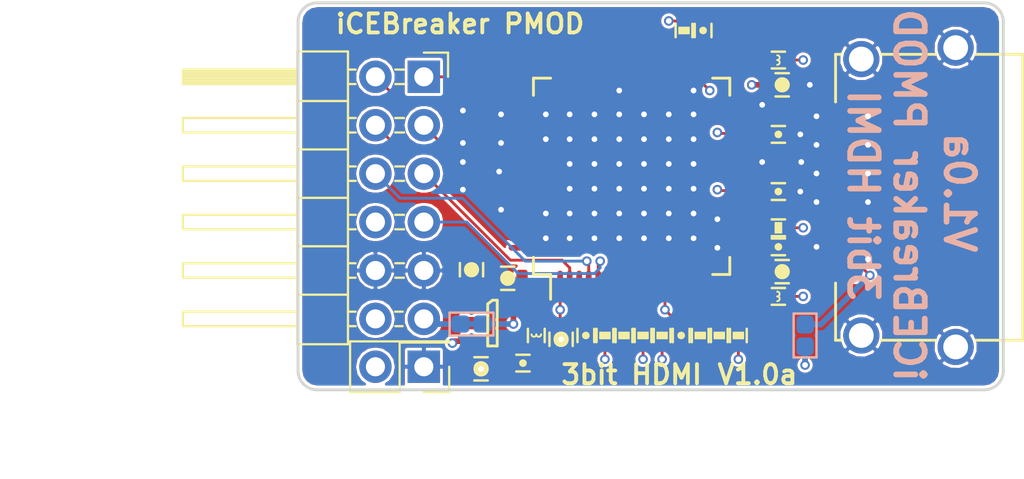
<source format=kicad_pcb>
(kicad_pcb (version 20171130) (host pcbnew 5.0.0-fee4fd1~66~ubuntu18.04.1)
  (title_block (title "iCEBreaker PMOD - Tristate LED") (rev V1.0a) (company 1BitSquared) (comment 1 "(C) 2018 Piotr Esden-Tempski <piotr@esden.net>") (comment 2 "(C) 2018 1BitSquared <info@1bitsquared.com>") (comment 3 "License: CC-BY-SA V4.0"))
  (layers (0 F.Cu signal) (1 In1.Cu signal) (2 In2.Cu signal) (31 B.Cu signal) (34 B.Paste user) (35 F.Paste user) (36 B.SilkS user) (37 F.SilkS user) (38 B.Mask user) (39 F.Mask user) (44 Edge.Cuts user))
  (net 0 "")
  (net 1 GND)
  (net 2 +3V3)
  (net 3 "Net-(J4-Pad2)")
  (net 4 +5V)
  (net 5 "Net-(C3-Pad1)")
  (net 6 /DVDD)
  (net 7 /DE)
  (net 8 /VREF)
  (net 9 /HS)
  (net 10 /VS)
  (net 11 "Net-(U2-Pad6)")
  (net 12 "Net-(U2-Pad7)")
  (net 13 "Net-(U2-Pad8)")
  (net 14 /EDGE-HTPLG)
  (net 15 /~PD)
  (net 16 "Net-(U2-Pad11)")
  (net 17 /ISEL-~RST)
  (net 18 /DSEL-SDA)
  (net 19 /BSEL-SCL)
  (net 20 /PVDD)
  (net 21 /CK-)
  (net 22 /CK+)
  (net 23 /TVDD)
  (net 24 /D0-)
  (net 25 /D0+)
  (net 26 /D1-)
  (net 27 /D1+)
  (net 28 /D2-)
  (net 29 /D2+)
  (net 30 /DKEN)
  (net 31 /RED)
  (net 32 /GRN)
  (net 33 "Net-(U2-Pad49)")
  (net 34 /BLU)
  (net 35 /CLK)
  (net 36 "Net-(J1-Pad10)")
  (net 37 "Net-(J5-Pad19)")
  (net 38 "Net-(J5-Pad16)")
  (net 39 "Net-(J5-Pad15)")
  (net 40 "Net-(J5-Pad14)")
  (net 41 "Net-(J5-Pad13)")
  (net 42 "Net-(J1-Pad12)")
  (net 43 /TFADJ)
  (module pkl_housings_qfp:TQFP-64-1EP_10x10mm_P0.5mm_EP5x5mm (layer F.Cu) (at 47.5 39.1 90)
    (fp_text reference U2)
    (fp_text value TFP410)
    (pad 65 thru_hole circle (at -1.95 3.25 90) (size 0.5 0.5) (drill 0.3) (layers *.Cu) (net 1 GND))
    (pad 65 thru_hole circle (at -3.25 3.25 90) (size 0.5 0.5) (drill 0.3) (layers *.Cu) (net 1 GND))
    (pad 65 thru_hole circle (at 0.65 3.25 90) (size 0.5 0.5) (drill 0.3) (layers *.Cu) (net 1 GND))
    (pad 65 thru_hole circle (at -0.65 3.25 90) (size 0.5 0.5) (drill 0.3) (layers *.Cu) (net 1 GND))
    (pad 65 thru_hole circle (at 3.25 3.25 90) (size 0.5 0.5) (drill 0.3) (layers *.Cu) (net 1 GND))
    (pad 65 thru_hole circle (at 1.95 3.25 90) (size 0.5 0.5) (drill 0.3) (layers *.Cu) (net 1 GND))
    (pad 65 thru_hole circle (at -1.95 1.95 90) (size 0.5 0.5) (drill 0.3) (layers *.Cu) (net 1 GND))
    (pad 65 thru_hole circle (at -3.25 1.95 90) (size 0.5 0.5) (drill 0.3) (layers *.Cu) (net 1 GND))
    (pad 65 thru_hole circle (at 0.65 1.95 90) (size 0.5 0.5) (drill 0.3) (layers *.Cu) (net 1 GND))
    (pad 65 thru_hole circle (at -0.65 1.95 90) (size 0.5 0.5) (drill 0.3) (layers *.Cu) (net 1 GND))
    (pad 65 thru_hole circle (at 3.25 1.95 90) (size 0.5 0.5) (drill 0.3) (layers *.Cu) (net 1 GND))
    (pad 65 thru_hole circle (at 1.95 1.95 90) (size 0.5 0.5) (drill 0.3) (layers *.Cu) (net 1 GND))
    (pad 65 thru_hole circle (at -3.25 0.65 90) (size 0.5 0.5) (drill 0.3) (layers *.Cu) (net 1 GND))
    (pad 65 thru_hole circle (at 0.65 0.65 90) (size 0.5 0.5) (drill 0.3) (layers *.Cu) (net 1 GND))
    (pad 65 thru_hole circle (at -0.65 0.65 90) (size 0.5 0.5) (drill 0.3) (layers *.Cu) (net 1 GND))
    (pad 65 thru_hole circle (at 1.95 0.65 90) (size 0.5 0.5) (drill 0.3) (layers *.Cu) (net 1 GND))
    (pad 65 thru_hole circle (at -1.95 0.65 90) (size 0.5 0.5) (drill 0.3) (layers *.Cu) (net 1 GND))
    (pad 65 thru_hole circle (at 3.25 0.65 90) (size 0.5 0.5) (drill 0.3) (layers *.Cu) (net 1 GND))
    (pad 65 thru_hole circle (at -3.25 -0.65 90) (size 0.5 0.5) (drill 0.3) (layers *.Cu) (net 1 GND))
    (pad 65 thru_hole circle (at 0.65 -0.65 90) (size 0.5 0.5) (drill 0.3) (layers *.Cu) (net 1 GND))
    (pad 65 thru_hole circle (at -0.65 -0.65 90) (size 0.5 0.5) (drill 0.3) (layers *.Cu) (net 1 GND))
    (pad 65 thru_hole circle (at 1.95 -0.65 90) (size 0.5 0.5) (drill 0.3) (layers *.Cu) (net 1 GND))
    (pad 65 thru_hole circle (at -1.95 -0.65 90) (size 0.5 0.5) (drill 0.3) (layers *.Cu) (net 1 GND))
    (pad 65 thru_hole circle (at 3.25 -0.65 90) (size 0.5 0.5) (drill 0.3) (layers *.Cu) (net 1 GND))
    (pad 65 thru_hole circle (at 1.95 -1.95 90) (size 0.5 0.5) (drill 0.3) (layers *.Cu) (net 1 GND))
    (pad 65 thru_hole circle (at -1.95 -1.95 90) (size 0.5 0.5) (drill 0.3) (layers *.Cu) (net 1 GND))
    (pad 65 thru_hole circle (at 3.25 -1.95 90) (size 0.5 0.5) (drill 0.3) (layers *.Cu) (net 1 GND))
    (pad 65 thru_hole circle (at -3.25 -1.95 90) (size 0.5 0.5) (drill 0.3) (layers *.Cu) (net 1 GND))
    (pad 65 thru_hole circle (at 0.65 -1.95 90) (size 0.5 0.5) (drill 0.3) (layers *.Cu) (net 1 GND))
    (pad 65 thru_hole circle (at -0.65 -1.95 90) (size 0.5 0.5) (drill 0.3) (layers *.Cu) (net 1 GND))
    (pad 65 thru_hole circle (at 3.25 -3.25 90) (size 0.5 0.5) (drill 0.3) (layers *.Cu) (net 1 GND))
    (pad 65 thru_hole circle (at 1.95 -3.25 90) (size 0.5 0.5) (drill 0.3) (layers *.Cu) (net 1 GND))
    (pad 65 thru_hole circle (at 0.65 -3.25 90) (size 0.5 0.5) (drill 0.3) (layers *.Cu) (net 1 GND))
    (pad 65 thru_hole circle (at -0.65 -3.25 90) (size 0.5 0.5) (drill 0.3) (layers *.Cu) (net 1 GND))
    (pad 65 thru_hole circle (at -1.95 -3.25 90) (size 0.5 0.5) (drill 0.3) (layers *.Cu) (net 1 GND))
    (pad 65 thru_hole circle (at -3.25 -3.25 90) (size 0.5 0.5) (drill 0.3) (layers *.Cu) (net 1 GND))
    (pad 65 smd rect (at 0 0 90) (size 8 8) (layers F.Cu) (net 1 GND))
    (pad 64 smd oval (at -3.75 -5.7 90) (size 0.3 1.5) (layers F.Cu F.Paste F.Mask) (net 1 GND))
    (pad 63 smd oval (at -3.25 -5.7 90) (size 0.3 1.5) (layers F.Cu F.Paste F.Mask) (net 1 GND))
    (pad 62 smd oval (at -2.75 -5.7 90) (size 0.3 1.5) (layers F.Cu F.Paste F.Mask) (net 1 GND))
    (pad 61 smd oval (at -2.25 -5.7 90) (size 0.3 1.5) (layers F.Cu F.Paste F.Mask) (net 1 GND))
    (pad 60 smd oval (at -1.75 -5.7 90) (size 0.3 1.5) (layers F.Cu F.Paste F.Mask) (net 1 GND))
    (pad 59 smd oval (at -1.25 -5.7 90) (size 0.3 1.5) (layers F.Cu F.Paste F.Mask) (net 34 /BLU))
    (pad 58 smd oval (at -0.75 -5.7 90) (size 0.3 1.5) (layers F.Cu F.Paste F.Mask) (net 34 /BLU))
    (pad 57 smd oval (at -0.25 -5.7 90) (size 0.3 1.5) (layers F.Cu F.Paste F.Mask) (net 35 /CLK))
    (pad 56 smd oval (at 0.25 -5.7 90) (size 0.3 1.5) (layers F.Cu F.Paste F.Mask) (net 1 GND))
    (pad 55 smd oval (at 0.75 -5.7 90) (size 0.3 1.5) (layers F.Cu F.Paste F.Mask) (net 34 /BLU))
    (pad 54 smd oval (at 1.25 -5.7 90) (size 0.3 1.5) (layers F.Cu F.Paste F.Mask) (net 34 /BLU))
    (pad 53 smd oval (at 1.75 -5.7 90) (size 0.3 1.5) (layers F.Cu F.Paste F.Mask) (net 1 GND))
    (pad 52 smd oval (at 2.25 -5.7 90) (size 0.3 1.5) (layers F.Cu F.Paste F.Mask) (net 1 GND))
    (pad 51 smd oval (at 2.75 -5.7 90) (size 0.3 1.5) (layers F.Cu F.Paste F.Mask) (net 1 GND))
    (pad 50 smd oval (at 3.25 -5.7 90) (size 0.3 1.5) (layers F.Cu F.Paste F.Mask) (net 1 GND))
    (pad 49 smd oval (at 3.75 -5.7 90) (size 0.3 1.5) (layers F.Cu F.Paste F.Mask) (net 33 "Net-(U2-Pad49)"))
    (pad 48 smd oval (at 5.7 -3.75 180) (size 0.3 1.5) (layers F.Cu F.Paste F.Mask) (net 1 GND))
    (pad 47 smd oval (at 5.7 -3.25 180) (size 0.3 1.5) (layers F.Cu F.Paste F.Mask) (net 32 /GRN))
    (pad 46 smd oval (at 5.7 -2.75 180) (size 0.3 1.5) (layers F.Cu F.Paste F.Mask) (net 32 /GRN))
    (pad 45 smd oval (at 5.7 -2.25 180) (size 0.3 1.5) (layers F.Cu F.Paste F.Mask) (net 32 /GRN))
    (pad 44 smd oval (at 5.7 -1.75 180) (size 0.3 1.5) (layers F.Cu F.Paste F.Mask) (net 32 /GRN))
    (pad 43 smd oval (at 5.7 -1.25 180) (size 0.3 1.5) (layers F.Cu F.Paste F.Mask) (net 1 GND))
    (pad 42 smd oval (at 5.7 -0.75 180) (size 0.3 1.5) (layers F.Cu F.Paste F.Mask) (net 1 GND))
    (pad 41 smd oval (at 5.7 -0.25 180) (size 0.3 1.5) (layers F.Cu F.Paste F.Mask) (net 1 GND))
    (pad 40 smd oval (at 5.7 0.25 180) (size 0.3 1.5) (layers F.Cu F.Paste F.Mask) (net 1 GND))
    (pad 39 smd oval (at 5.7 0.75 180) (size 0.3 1.5) (layers F.Cu F.Paste F.Mask) (net 31 /RED))
    (pad 38 smd oval (at 5.7 1.25 180) (size 0.3 1.5) (layers F.Cu F.Paste F.Mask) (net 31 /RED))
    (pad 37 smd oval (at 5.7 1.75 180) (size 0.3 1.5) (layers F.Cu F.Paste F.Mask) (net 31 /RED))
    (pad 36 smd oval (at 5.7 2.25 180) (size 0.3 1.5) (layers F.Cu F.Paste F.Mask) (net 31 /RED))
    (pad 35 smd oval (at 5.7 2.75 180) (size 0.3 1.5) (layers F.Cu F.Paste F.Mask) (net 30 /DKEN))
    (pad 34 smd oval (at 5.7 3.25 180) (size 0.3 1.5) (layers F.Cu F.Paste F.Mask) (net 1 GND))
    (pad 33 smd oval (at 5.7 3.75 180) (size 0.3 1.5) (layers F.Cu F.Paste F.Mask) (net 6 /DVDD))
    (pad 32 smd oval (at 3.75 5.7 90) (size 0.3 1.5) (layers F.Cu F.Paste F.Mask) (net 1 GND))
    (pad 31 smd oval (at 3.25 5.7 90) (size 0.3 1.5) (layers F.Cu F.Paste F.Mask) (net 29 /D2+))
    (pad 30 smd oval (at 2.75 5.7 90) (size 0.3 1.5) (layers F.Cu F.Paste F.Mask) (net 28 /D2-))
    (pad 29 smd oval (at 2.25 5.7 90) (size 0.3 1.5) (layers F.Cu F.Paste F.Mask) (net 23 /TVDD))
    (pad 28 smd oval (at 1.75 5.7 90) (size 0.3 1.5) (layers F.Cu F.Paste F.Mask) (net 27 /D1+))
    (pad 27 smd oval (at 1.25 5.7 90) (size 0.3 1.5) (layers F.Cu F.Paste F.Mask) (net 26 /D1-))
    (pad 26 smd oval (at 0.75 5.7 90) (size 0.3 1.5) (layers F.Cu F.Paste F.Mask) (net 1 GND))
    (pad 25 smd oval (at 0.25 5.7 90) (size 0.3 1.5) (layers F.Cu F.Paste F.Mask) (net 25 /D0+))
    (pad 24 smd oval (at -0.25 5.7 90) (size 0.3 1.5) (layers F.Cu F.Paste F.Mask) (net 24 /D0-))
    (pad 23 smd oval (at -0.75 5.7 90) (size 0.3 1.5) (layers F.Cu F.Paste F.Mask) (net 23 /TVDD))
    (pad 22 smd oval (at -1.25 5.7 90) (size 0.3 1.5) (layers F.Cu F.Paste F.Mask) (net 22 /CK+))
    (pad 21 smd oval (at -1.75 5.7 90) (size 0.3 1.5) (layers F.Cu F.Paste F.Mask) (net 21 /CK-))
    (pad 20 smd oval (at -2.25 5.7 90) (size 0.3 1.5) (layers F.Cu F.Paste F.Mask) (net 1 GND))
    (pad 19 smd oval (at -2.75 5.7 90) (size 0.3 1.5) (layers F.Cu F.Paste F.Mask) (net 43 /TFADJ))
    (pad 18 smd oval (at -3.25 5.7 90) (size 0.3 1.5) (layers F.Cu F.Paste F.Mask) (net 20 /PVDD))
    (pad 17 smd oval (at -3.75 5.7 90) (size 0.3 1.5) (layers F.Cu F.Paste F.Mask) (net 1 GND))
    (pad 16 smd oval (at -5.7 3.75 180) (size 0.3 1.5) (layers F.Cu F.Paste F.Mask) (net 1 GND))
    (pad 15 smd oval (at -5.7 3.25 180) (size 0.3 1.5) (layers F.Cu F.Paste F.Mask) (net 19 /BSEL-SCL))
    (pad 14 smd oval (at -5.7 2.75 180) (size 0.3 1.5) (layers F.Cu F.Paste F.Mask) (net 18 /DSEL-SDA))
    (pad 13 smd oval (at -5.7 2.25 180) (size 0.3 1.5) (layers F.Cu F.Paste F.Mask) (net 17 /ISEL-~RST))
    (pad 12 smd oval (at -5.7 1.75 180) (size 0.3 1.5) (layers F.Cu F.Paste F.Mask) (net 6 /DVDD))
    (pad 11 smd oval (at -5.7 1.25 180) (size 0.3 1.5) (layers F.Cu F.Paste F.Mask) (net 16 "Net-(U2-Pad11)"))
    (pad 10 smd oval (at -5.7 0.75 180) (size 0.3 1.5) (layers F.Cu F.Paste F.Mask) (net 15 /~PD))
    (pad 9 smd oval (at -5.7 0.25 180) (size 0.3 1.5) (layers F.Cu F.Paste F.Mask) (net 14 /EDGE-HTPLG))
    (pad 8 smd oval (at -5.7 -0.25 180) (size 0.3 1.5) (layers F.Cu F.Paste F.Mask) (net 13 "Net-(U2-Pad8)"))
    (pad 7 smd oval (at -5.7 -0.75 180) (size 0.3 1.5) (layers F.Cu F.Paste F.Mask) (net 12 "Net-(U2-Pad7)"))
    (pad 6 smd oval (at -5.7 -1.25 180) (size 0.3 1.5) (layers F.Cu F.Paste F.Mask) (net 11 "Net-(U2-Pad6)"))
    (pad 5 smd oval (at -5.7 -1.75 180) (size 0.3 1.5) (layers F.Cu F.Paste F.Mask) (net 10 /VS))
    (pad 4 smd oval (at -5.7 -2.25 180) (size 0.3 1.5) (layers F.Cu F.Paste F.Mask) (net 9 /HS))
    (pad 3 smd oval (at -5.7 -2.75 180) (size 0.3 1.5) (layers F.Cu F.Paste F.Mask) (net 8 /VREF))
    (pad 2 smd oval (at -5.7 -3.25 180) (size 0.3 1.5) (layers F.Cu F.Paste F.Mask) (net 7 /DE))
    (pad 1 smd oval (at -5.7 -3.75 180) (size 0.3 1.5) (layers F.Cu F.Paste F.Mask) (net 6 /DVDD))
  )
  (module pkl_jumpers:J_NC_0603_30 (layer B.Cu) (at 39.1 46.85 180)
    (fp_text reference J2)
    (fp_text value jmp)
    (fp_line (start -0.2 0) (end 0.2 0) (layer B.Cu) (width 0.3))
    (pad 1 smd roundrect (at -0.575 0 180) (size 0.95 0.9) (layers B.Cu B.Paste B.Mask) (net 2 +3V3))
    (pad 2 smd roundrect (at 0.575 0 180) (size 0.95 0.9) (layers B.Cu B.Paste B.Mask) (net 42 "Net-(J1-Pad12)"))
  )
  (module pkl_connectors:HDMI-10029449-111RLF (layer F.Cu) (at 59.5 40.2 90)
    (fp_text reference J5)
    (fp_text value HDMI_A_1.4 hide)
    (pad 19 smd roundrect (at -4.25 -0.95 90) (size 0.3 1.9) (layers F.Cu F.Paste F.Mask) (net 37 "Net-(J5-Pad19)"))
    (pad 1 smd roundrect (at 4.75 -0.95 90) (size 0.3 1.9) (layers F.Cu F.Paste F.Mask) (net 29 /D2+))
    (pad 18 smd roundrect (at -3.75 -0.95 90) (size 0.3 1.9) (layers F.Cu F.Paste F.Mask) (net 3 "Net-(J4-Pad2)"))
    (pad 17 smd roundrect (at -3.25 -0.95 90) (size 0.3 1.9) (layers F.Cu F.Paste F.Mask) (net 1 GND))
    (pad 16 smd roundrect (at -2.75 -0.95 90) (size 0.3 1.9) (layers F.Cu F.Paste F.Mask) (net 38 "Net-(J5-Pad16)"))
    (pad 15 smd roundrect (at -2.25 -0.95 90) (size 0.3 1.9) (layers F.Cu F.Paste F.Mask) (net 39 "Net-(J5-Pad15)"))
    (pad 14 smd roundrect (at -1.75 -0.95 90) (size 0.3 1.9) (layers F.Cu F.Paste F.Mask) (net 40 "Net-(J5-Pad14)"))
    (pad 13 smd roundrect (at -1.25 -0.95 90) (size 0.3 1.9) (layers F.Cu F.Paste F.Mask) (net 41 "Net-(J5-Pad13)"))
    (pad 12 smd roundrect (at -0.75 -0.95 90) (size 0.3 1.9) (layers F.Cu F.Paste F.Mask) (net 21 /CK-))
    (pad 11 smd roundrect (at -0.25 -0.95 90) (size 0.3 1.9) (layers F.Cu F.Paste F.Mask) (net 1 GND))
    (pad 10 smd roundrect (at 0.25 -0.95 90) (size 0.3 1.9) (layers F.Cu F.Paste F.Mask) (net 22 /CK+))
    (pad 9 smd roundrect (at 0.75 -0.95 90) (size 0.3 1.9) (layers F.Cu F.Paste F.Mask) (net 24 /D0-))
    (pad 8 smd roundrect (at 1.25 -0.95 90) (size 0.3 1.9) (layers F.Cu F.Paste F.Mask) (net 1 GND))
    (pad 7 smd roundrect (at 1.75 -0.95 90) (size 0.3 1.9) (layers F.Cu F.Paste F.Mask) (net 25 /D0+))
    (pad 6 smd roundrect (at 2.25 -0.95 90) (size 0.3 1.9) (layers F.Cu F.Paste F.Mask) (net 26 /D1-))
    (pad 5 smd roundrect (at 2.75 -0.95 90) (size 0.3 1.9) (layers F.Cu F.Paste F.Mask) (net 1 GND))
    (pad 4 smd roundrect (at 3.25 -0.95 90) (size 0.3 1.9) (layers F.Cu F.Paste F.Mask) (net 27 /D1+))
    (pad 3 smd roundrect (at 3.75 -0.95 90) (size 0.3 1.9) (layers F.Cu F.Paste F.Mask) (net 28 /D2-))
    (pad 2 smd roundrect (at 4.25 -0.95 90) (size 0.3 1.9) (layers F.Cu F.Paste F.Mask) (net 1 GND))
    (pad SH thru_hole circle (at -7.25 0.05 90) (size 1.9 1.9) (drill 1.3) (layers *.Cu *.Mask) (net 1 GND))
    (pad SH thru_hole circle (at 7.25 0.05 90) (size 1.9 1.9) (drill 1.3) (layers *.Cu *.Mask) (net 1 GND))
    (pad SH thru_hole circle (at 7.85 5 90) (size 1.9 1.9) (drill 1.3) (layers *.Cu *.Mask) (net 1 GND))
    (pad SH thru_hole circle (at -7.85 5 90) (size 1.9 1.9) (drill 1.3) (layers *.Cu *.Mask) (net 1 GND))
  )
  (module Connector_PinHeader_2.54mm:PinHeader_2x01_P2.54mm_Vertical (layer F.Cu) (at 36.6 49.09 180)
    (fp_text reference J3)
    (fp_text value 5V)
    (pad 1 thru_hole rect (at 0 0 180) (size 1.7 1.7) (drill 1) (layers *.Cu *.Mask) (net 1 GND))
    (pad 2 thru_hole oval (at 2.54 0 180) (size 1.7 1.7) (drill 1) (layers *.Cu *.Mask) (net 4 +5V))
  )
  (module pkl_dipol:C_0402 (layer F.Cu) (at 51.25 31.45 90)
    (fp_text reference C6)
    (fp_text value 100n)
    (pad 2 smd roundrect (at 0.5 0 90) (size 0.5 0.6) (layers F.Cu F.Paste F.Mask) (net 1 GND))
    (pad 1 smd roundrect (at -0.5 0 90) (size 0.5 0.6) (layers F.Cu F.Paste F.Mask) (net 6 /DVDD))
  )
  (module pkl_dipol:C_0402 (layer F.Cu) (at 55.2 39.9)
    (fp_text reference C7)
    (fp_text value 100n)
    (pad 1 smd roundrect (at -0.5 0) (size 0.5 0.6) (layers F.Cu F.Paste F.Mask) (net 23 /TVDD))
    (pad 2 smd roundrect (at 0.5 0) (size 0.5 0.6) (layers F.Cu F.Paste F.Mask) (net 1 GND))
  )
  (module pkl_dipol:C_0402 (layer F.Cu) (at 45.1 47.45 270)
    (fp_text reference C8)
    (fp_text value 100n)
    (pad 2 smd roundrect (at 0.5 0 270) (size 0.5 0.6) (layers F.Cu F.Paste F.Mask) (net 1 GND))
    (pad 1 smd roundrect (at -0.5 0 270) (size 0.5 0.6) (layers F.Cu F.Paste F.Mask) (net 6 /DVDD))
  )
  (module pkl_dipol:C_0402 (layer F.Cu) (at 55.2 42.8)
    (fp_text reference C9)
    (fp_text value 100n)
    (pad 1 smd roundrect (at -0.5 0) (size 0.5 0.6) (layers F.Cu F.Paste F.Mask) (net 20 /PVDD))
    (pad 2 smd roundrect (at 0.5 0) (size 0.5 0.6) (layers F.Cu F.Paste F.Mask) (net 1 GND))
  )
  (module pkl_dipol:C_0402 (layer F.Cu) (at 55.2 36.9)
    (fp_text reference C10)
    (fp_text value 100n)
    (pad 2 smd roundrect (at 0.5 0) (size 0.5 0.6) (layers F.Cu F.Paste F.Mask) (net 1 GND))
    (pad 1 smd roundrect (at -0.5 0) (size 0.5 0.6) (layers F.Cu F.Paste F.Mask) (net 23 /TVDD))
  )
  (module pkl_dipol:C_0402 (layer F.Cu) (at 50.1 47.45 270)
    (fp_text reference C5)
    (fp_text value 100n)
    (pad 2 smd roundrect (at 0.5 0 270) (size 0.5 0.6) (layers F.Cu F.Paste F.Mask) (net 1 GND))
    (pad 1 smd roundrect (at -0.5 0 270) (size 0.5 0.6) (layers F.Cu F.Paste F.Mask) (net 6 /DVDD))
  )
  (module pkl_dipol:C_0402 (layer F.Cu) (at 41.8 48.9)
    (fp_text reference C3)
    (fp_text value 470p)
    (pad 1 smd roundrect (at -0.5 0) (size 0.5 0.6) (layers F.Cu F.Paste F.Mask) (net 5 "Net-(C3-Pad1)"))
    (pad 2 smd roundrect (at 0.5 0) (size 0.5 0.6) (layers F.Cu F.Paste F.Mask) (net 1 GND))
  )
  (module pkl_dipol:C_0603 (layer F.Cu) (at 43.8 47.65 270)
    (fp_text reference C14)
    (fp_text value 10u)
    (pad 2 smd roundrect (at 0.75 0 270) (size 0.6 0.9) (layers F.Cu F.Paste F.Mask) (net 1 GND))
    (pad 1 smd roundrect (at -0.75 0 270) (size 0.6 0.9) (layers F.Cu F.Paste F.Mask) (net 6 /DVDD))
  )
  (module pkl_dipol:C_0603 (layer F.Cu) (at 55.4 34.3)
    (fp_text reference C16)
    (fp_text value 10u)
    (pad 1 smd roundrect (at -0.75 0) (size 0.6 0.9) (layers F.Cu F.Paste F.Mask) (net 23 /TVDD))
    (pad 2 smd roundrect (at 0.75 0) (size 0.6 0.9) (layers F.Cu F.Paste F.Mask) (net 1 GND))
  )
  (module pkl_dipol:C_0603 (layer F.Cu) (at 55.4 44.1)
    (fp_text reference C15)
    (fp_text value 10u)
    (pad 2 smd roundrect (at 0.75 0) (size 0.6 0.9) (layers F.Cu F.Paste F.Mask) (net 1 GND))
    (pad 1 smd roundrect (at -0.75 0) (size 0.6 0.9) (layers F.Cu F.Paste F.Mask) (net 20 /PVDD))
  )
  (module pkl_dipol:C_0603 (layer F.Cu) (at 39.1 44 90)
    (fp_text reference C2)
    (fp_text value 4u7)
    (pad 1 smd roundrect (at -0.75 0 90) (size 0.6 0.9) (layers F.Cu F.Paste F.Mask) (net 4 +5V))
    (pad 2 smd roundrect (at 0.75 0 90) (size 0.6 0.9) (layers F.Cu F.Paste F.Mask) (net 1 GND))
  )
  (module pkl_dipol:C_0603 (layer F.Cu) (at 39.6 49.2)
    (fp_text reference C1)
    (fp_text value 10u)
    (pad 2 smd roundrect (at 0.75 0) (size 0.6 0.9) (layers F.Cu F.Paste F.Mask) (net 1 GND))
    (pad 1 smd roundrect (at -0.75 0) (size 0.6 0.9) (layers F.Cu F.Paste F.Mask) (net 2 +3V3))
  )
  (module pkl_dipol:C_0603 (layer F.Cu) (at 41 44.45 180)
    (fp_text reference C4)
    (fp_text value 4u7)
    (pad 1 smd roundrect (at -0.75 0 180) (size 0.6 0.9) (layers F.Cu F.Paste F.Mask) (net 2 +3V3))
    (pad 2 smd roundrect (at 0.75 0 180) (size 0.6 0.9) (layers F.Cu F.Paste F.Mask) (net 1 GND))
  )
  (module pkl_dipol:L_0402 (layer F.Cu) (at 55.2 33 180)
    (fp_text reference L3)
    (fp_text value 600)
    (pad 1 smd roundrect (at -0.5 0 180) (size 0.5 0.6) (layers F.Cu F.Paste F.Mask) (net 2 +3V3))
    (pad 2 smd roundrect (at 0.5 0 180) (size 0.5 0.6) (layers F.Cu F.Paste F.Mask) (net 23 /TVDD))
  )
  (module pkl_dipol:L_0402 (layer F.Cu) (at 42.5 47.45 90)
    (fp_text reference L1)
    (fp_text value 600)
    (pad 2 smd roundrect (at 0.5 0 90) (size 0.5 0.6) (layers F.Cu F.Paste F.Mask) (net 6 /DVDD))
    (pad 1 smd roundrect (at -0.5 0 90) (size 0.5 0.6) (layers F.Cu F.Paste F.Mask) (net 2 +3V3))
  )
  (module pkl_dipol:L_0402 (layer F.Cu) (at 55.2 45.4 180)
    (fp_text reference L2)
    (fp_text value 600)
    (pad 1 smd roundrect (at -0.5 0 180) (size 0.5 0.6) (layers F.Cu F.Paste F.Mask) (net 2 +3V3))
    (pad 2 smd roundrect (at 0.5 0 180) (size 0.5 0.6) (layers F.Cu F.Paste F.Mask) (net 20 /PVDD))
  )
  (module pkl_dipol:R_0402 (layer F.Cu) (at 55.2 41.8 180)
    (fp_text reference R9)
    (fp_text value 500E)
    (pad 1 smd roundrect (at -0.5 0 180) (size 0.5 0.6) (layers F.Cu F.Paste F.Mask) (net 2 +3V3))
    (pad 2 smd roundrect (at 0.5 0 180) (size 0.5 0.6) (layers F.Cu F.Paste F.Mask) (net 43 /TFADJ))
  )
  (module pkl_dipol:R_0402 (layer F.Cu) (at 52.1 47.45 270)
    (fp_text reference R8)
    (fp_text value 10k)
    (pad 2 smd roundrect (at 0.5 0 270) (size 0.5 0.6) (layers F.Cu F.Paste F.Mask) (net 1 GND))
    (pad 1 smd roundrect (at -0.5 0 270) (size 0.5 0.6) (layers F.Cu F.Paste F.Mask) (net 18 /DSEL-SDA))
  )
  (module pkl_dipol:R_0402 (layer F.Cu) (at 51.1 47.45 270)
    (fp_text reference R7)
    (fp_text value 10k)
    (pad 1 smd roundrect (at -0.5 0 270) (size 0.5 0.6) (layers F.Cu F.Paste F.Mask) (net 17 /ISEL-~RST))
    (pad 2 smd roundrect (at 0.5 0 270) (size 0.5 0.6) (layers F.Cu F.Paste F.Mask) (net 1 GND))
  )
  (module pkl_dipol:R_0402 (layer F.Cu) (at 47.1 47.45 270)
    (fp_text reference R6)
    (fp_text value DNP)
    (pad 2 smd roundrect (at 0.5 0 270) (size 0.5 0.6) (layers F.Cu F.Paste F.Mask) (net 1 GND))
    (pad 1 smd roundrect (at -0.5 0 270) (size 0.5 0.6) (layers F.Cu F.Paste F.Mask) (net 8 /VREF))
  )
  (module pkl_dipol:R_0402 (layer F.Cu) (at 46.1 47.45 90)
    (fp_text reference R5)
    (fp_text value 33k)
    (pad 1 smd roundrect (at -0.5 0 90) (size 0.5 0.6) (layers F.Cu F.Paste F.Mask) (net 2 +3V3))
    (pad 2 smd roundrect (at 0.5 0 90) (size 0.5 0.6) (layers F.Cu F.Paste F.Mask) (net 8 /VREF))
  )
  (module pkl_dipol:R_0402 (layer F.Cu) (at 53.1 47.45 90)
    (fp_text reference R1)
    (fp_text value 10k)
    (pad 2 smd roundrect (at 0.5 0 90) (size 0.5 0.6) (layers F.Cu F.Paste F.Mask) (net 19 /BSEL-SCL))
    (pad 1 smd roundrect (at -0.5 0 90) (size 0.5 0.6) (layers F.Cu F.Paste F.Mask) (net 2 +3V3))
  )
  (module pkl_dipol:R_0402 (layer F.Cu) (at 49.1 47.45 90)
    (fp_text reference R2)
    (fp_text value 10k)
    (pad 1 smd roundrect (at -0.5 0 90) (size 0.5 0.6) (layers F.Cu F.Paste F.Mask) (net 2 +3V3))
    (pad 2 smd roundrect (at 0.5 0 90) (size 0.5 0.6) (layers F.Cu F.Paste F.Mask) (net 15 /~PD))
  )
  (module pkl_dipol:R_0402 (layer F.Cu) (at 50.25 31.45 270)
    (fp_text reference R3)
    (fp_text value 10k)
    (pad 2 smd roundrect (at 0.5 0 270) (size 0.5 0.6) (layers F.Cu F.Paste F.Mask) (net 30 /DKEN))
    (pad 1 smd roundrect (at -0.5 0 270) (size 0.5 0.6) (layers F.Cu F.Paste F.Mask) (net 2 +3V3))
  )
  (module pkl_dipol:R_0402 (layer F.Cu) (at 48.1 47.45 90)
    (fp_text reference R4)
    (fp_text value 10k)
    (pad 1 smd roundrect (at -0.5 0 90) (size 0.5 0.6) (layers F.Cu F.Paste F.Mask) (net 2 +3V3))
    (pad 2 smd roundrect (at 0.5 0 90) (size 0.5 0.6) (layers F.Cu F.Paste F.Mask) (net 14 /EDGE-HTPLG))
  )
  (module pkl_housings_sot:SOT-23-5 (layer F.Cu) (at 40.2 46.799999 180)
    (fp_text reference U1)
    (fp_text value VREG_3V3)
    (pad 1 smd roundrect (at 1.1 0.95) (size 1.06 0.65) (layers F.Cu F.Paste F.Mask) (net 4 +5V))
    (pad 2 smd roundrect (at 1.1 0) (size 1.06 0.65) (layers F.Cu F.Paste F.Mask) (net 1 GND))
    (pad 3 smd roundrect (at 1.1 -0.95) (size 1.06 0.65) (layers F.Cu F.Paste F.Mask) (net 4 +5V))
    (pad 4 smd roundrect (at -1.1 -0.95) (size 1.06 0.65) (layers F.Cu F.Paste F.Mask) (net 5 "Net-(C3-Pad1)"))
    (pad 5 smd roundrect (at -1.1 0.95) (size 1.06 0.65) (layers F.Cu F.Paste F.Mask) (net 2 +3V3))
  )
  (module pkl_jumpers:J_0603 (layer B.Cu) (at 56.6 47.45 90)
    (fp_text reference J4)
    (fp_text value jmp)
    (pad 2 smd roundrect (at 0.575 0 90) (size 0.95 0.9) (layers B.Cu B.Paste B.Mask) (net 3 "Net-(J4-Pad2)"))
    (pad 1 smd roundrect (at -0.575 0 90) (size 0.95 0.9) (layers B.Cu B.Paste B.Mask) (net 4 +5V))
  )
  (module pkl_connectors:PMODHeader_2x06_P2.54mm_Horizontal (layer F.Cu) (at 36.6 46.58 180)
    (fp_text reference J1)
    (fp_text value PMOD)
    (pad 6 thru_hole circle (at 0 0 180) (size 1.7 1.7) (drill 1) (layers *.Cu *.Mask) (net 42 "Net-(J1-Pad12)"))
    (pad 12 thru_hole oval (at 2.54 0 180) (size 1.7 1.7) (drill 1) (layers *.Cu *.Mask) (net 42 "Net-(J1-Pad12)"))
    (pad 5 thru_hole oval (at 0 2.54 180) (size 1.7 1.7) (drill 1) (layers *.Cu *.Mask) (net 1 GND))
    (pad 11 thru_hole oval (at 2.54 2.54 180) (size 1.7 1.7) (drill 1) (layers *.Cu *.Mask) (net 1 GND))
    (pad 4 thru_hole oval (at 0 5.08 180) (size 1.7 1.7) (drill 1) (layers *.Cu *.Mask) (net 10 /VS))
    (pad 10 thru_hole oval (at 2.54 5.08 180) (size 1.7 1.7) (drill 1) (layers *.Cu *.Mask) (net 36 "Net-(J1-Pad10)"))
    (pad 3 thru_hole oval (at 0 7.62 180) (size 1.7 1.7) (drill 1) (layers *.Cu *.Mask) (net 7 /DE))
    (pad 9 thru_hole oval (at 2.54 7.62 180) (size 1.7 1.7) (drill 1) (layers *.Cu *.Mask) (net 9 /HS))
    (pad 2 thru_hole oval (at 0 10.16 180) (size 1.7 1.7) (drill 1) (layers *.Cu *.Mask) (net 34 /BLU))
    (pad 8 thru_hole oval (at 2.54 10.16 180) (size 1.7 1.7) (drill 1) (layers *.Cu *.Mask) (net 35 /CLK))
    (pad 1 thru_hole rect (at 0 12.7 180) (size 1.7 1.7) (drill 1) (layers *.Cu *.Mask) (net 31 /RED))
    (pad 7 thru_hole circle (at 2.54 12.7 180) (size 1.7 1.7) (drill 1) (layers *.Cu *.Mask) (net 32 /GRN))
  )
  (gr_text "iCEBreaker PMOD" (at 38.5 31.1) (layer F.SilkS) (effects (font (size 1 1) (thickness 0.2))))
  (gr_line (start 66 50.3) (end 31 50.3) (layer Edge.Cuts) (width 0.15))
  (gr_arc (start 31 49.3) (end 30 49.3) (angle -90) (layer Edge.Cuts) (width 0.15))
  (gr_arc (start 66 49.3) (end 66 50.3) (angle -90) (layer Edge.Cuts) (width 0.15))
  (gr_text "3bit HDMI" (at 47.5 49.5) (layer F.SilkS) (effects (font (size 1 1) (thickness 0.2))))
  (gr_text V1.0a (at 54.1 49.5) (layer F.SilkS) (effects (font (size 1 1) (thickness 0.2))))
  (gr_text V1.0a (at 64.7 39.95 270) (layer B.SilkS) (effects (font (size 1.5 1.5) (thickness 0.3)) (justify mirror)))
  (gr_text "iCEBreaker PMOD\n3bit HDMI" (at 60.85 40.1 270) (layer B.SilkS) (effects (font (size 1.5 1.5) (thickness 0.3)) (justify mirror)))
  (gr_arc (start 66 31) (end 67 31) (angle -90) (layer Edge.Cuts) (width 0.15))
  (gr_arc (start 31 31) (end 31 30) (angle -90) (layer Edge.Cuts) (width 0.15))
  (gr_line (start 30 49.3) (end 30 31) (layer Edge.Cuts) (width 0.15))
  (gr_line (start 67 31) (end 67 49.3) (layer Edge.Cuts) (width 0.15))
  (gr_line (start 31 30) (end 66 30) (layer Edge.Cuts) (width 0.15))
  (via (at 41.3 46.85) (size 0.5) (drill 0.3) (layers F.Cu B.Cu) (net 2))
  (segment (start 39.675 46.85) (end 41.3 46.85) (width 0.3) (layer B.Cu) (net 2))
  (segment (start 41.3 46.85) (end 41.3 45.849999) (width 0.3) (layer F.Cu) (net 2))
  (segment (start 41.75 45.399999) (end 41.3 45.849999) (width 0.3) (layer F.Cu) (net 2))
  (segment (start 41.75 44.45) (end 41.75 45.399999) (width 0.3) (layer F.Cu) (net 2))
  (via (at 39.6 49.2) (size 0.5) (drill 0.3) (layers F.Cu B.Cu) (net 2))
  (segment (start 38.85 49.2) (end 39.6 49.2) (width 0.3) (layer F.Cu) (net 2))
  (via (at 46.1 48.7) (size 0.5) (drill 0.3) (layers F.Cu B.Cu) (net 2))
  (segment (start 46.1 47.95) (end 46.1 48.7) (width 0.15) (layer F.Cu) (net 2))
  (via (at 48.1 48.7) (size 0.5) (drill 0.3) (layers F.Cu B.Cu) (net 2))
  (segment (start 48.1 47.95) (end 48.1 48.7) (width 0.15) (layer F.Cu) (net 2))
  (via (at 49.1 48.7) (size 0.5) (drill 0.3) (layers F.Cu B.Cu) (net 2))
  (segment (start 49.1 47.95) (end 49.1 48.7) (width 0.15) (layer F.Cu) (net 2))
  (via (at 53.1 48.7) (size 0.5) (drill 0.3) (layers F.Cu B.Cu) (net 2))
  (segment (start 53.1 47.95) (end 53.1 48.7) (width 0.15) (layer F.Cu) (net 2))
  (segment (start 42.5 47.95) (end 42.8 47.65) (width 0.3) (layer F.Cu) (net 2))
  (via (at 43.8 47.65) (size 0.5) (drill 0.3) (layers F.Cu B.Cu) (net 2))
  (segment (start 42.8 47.65) (end 43.8 47.65) (width 0.3) (layer F.Cu) (net 2))
  (via (at 49.45 30.95) (size 0.5) (drill 0.3) (layers F.Cu B.Cu) (net 2))
  (segment (start 50.25 30.95) (end 49.45 30.95) (width 0.15) (layer F.Cu) (net 2))
  (via (at 40.55 38.85) (size 0.5) (drill 0.3) (layers F.Cu B.Cu) (net 1))
  (via (at 38.65 38.35) (size 0.5) (drill 0.3) (layers F.Cu B.Cu) (net 1))
  (via (at 43 41.05) (size 0.5) (drill 0.3) (layers F.Cu B.Cu) (net 1))
  (via (at 43 42.35) (size 0.5) (drill 0.3) (layers F.Cu B.Cu) (net 1))
  (via (at 43 37.15) (size 0.5) (drill 0.3) (layers F.Cu B.Cu) (net 1))
  (via (at 43 35.85) (size 0.5) (drill 0.3) (layers F.Cu B.Cu) (net 1))
  (via (at 46.85 34.6) (size 0.5) (drill 0.3) (layers F.Cu B.Cu) (net 1))
  (via (at 50.75 34.6) (size 0.5) (drill 0.3) (layers F.Cu B.Cu) (net 1))
  (via (at 57.2 37.45) (size 0.5) (drill 0.3) (layers F.Cu B.Cu) (net 1))
  (via (at 57.2 35.95) (size 0.5) (drill 0.3) (layers F.Cu B.Cu) (net 1))
  (via (at 57.2 38.95) (size 0.5) (drill 0.3) (layers F.Cu B.Cu) (net 1))
  (via (at 57.2 40.45) (size 0.5) (drill 0.3) (layers F.Cu B.Cu) (net 1))
  (via (at 57.2 42.8) (size 0.5) (drill 0.3) (layers F.Cu B.Cu) (net 1))
  (via (at 59.9 40.45) (size 0.5) (drill 0.3) (layers F.Cu B.Cu) (net 1))
  (via (at 59.9 38.95) (size 0.5) (drill 0.3) (layers F.Cu B.Cu) (net 1))
  (via (at 59.9 37.45) (size 0.5) (drill 0.3) (layers F.Cu B.Cu) (net 1))
  (via (at 59.9 35.95) (size 0.5) (drill 0.3) (layers F.Cu B.Cu) (net 1))
  (via (at 59.9 43.45) (size 0.5) (drill 0.3) (layers F.Cu B.Cu) (net 1))
  (segment (start 57.2 43.153553) (end 57.2 42.8) (width 0.15) (layer F.Cu) (net 1))
  (segment (start 57.496447 43.45) (end 57.2 43.153553) (width 0.15) (layer F.Cu) (net 1))
  (segment (start 58.55 43.45) (end 57.496447 43.45) (width 0.15) (layer F.Cu) (net 1))
  (via (at 56.5 45.4) (size 0.5) (drill 0.3) (layers F.Cu B.Cu) (net 2))
  (segment (start 55.7 45.4) (end 56.5 45.4) (width 0.15) (layer F.Cu) (net 2))
  (via (at 56.5 41.8) (size 0.5) (drill 0.3) (layers F.Cu B.Cu) (net 2))
  (segment (start 55.7 41.8) (end 56.5 41.8) (width 0.15) (layer F.Cu) (net 2))
  (via (at 56.5 33) (size 0.5) (drill 0.3) (layers F.Cu B.Cu) (net 2))
  (segment (start 55.7 33) (end 56.5 33) (width 0.15) (layer F.Cu) (net 2))
  (via (at 54.35 38.35) (size 0.5) (drill 0.3) (layers F.Cu B.Cu) (net 1))
  (via (at 54.35 35.35) (size 0.5) (drill 0.3) (layers F.Cu B.Cu) (net 1))
  (via (at 52 41.35) (size 0.5) (drill 0.3) (layers F.Cu B.Cu) (net 1))
  (via (at 52 42.85) (size 0.5) (drill 0.3) (layers F.Cu B.Cu) (net 1))
  (via (at 40.65 40.85) (size 0.5) (drill 0.3) (layers F.Cu B.Cu) (net 1))
  (via (at 38.65 39.8) (size 0.5) (drill 0.3) (layers F.Cu B.Cu) (net 1))
  (via (at 40.65 37.35) (size 0.5) (drill 0.3) (layers F.Cu B.Cu) (net 1))
  (via (at 40.65 35.85) (size 0.5) (drill 0.3) (layers F.Cu B.Cu) (net 1))
  (via (at 38.65 35.65) (size 0.5) (drill 0.3) (layers F.Cu B.Cu) (net 1))
  (via (at 38.65 37.35) (size 0.5) (drill 0.3) (layers F.Cu B.Cu) (net 1))
  (via (at 56.35 39.9) (size 0.5) (drill 0.3) (layers F.Cu B.Cu) (net 1))
  (via (at 56.35 36.9) (size 0.5) (drill 0.3) (layers F.Cu B.Cu) (net 1))
  (via (at 56.85 34.3) (size 0.5) (drill 0.3) (layers F.Cu B.Cu) (net 1))
  (via (at 56.4 38.35) (size 0.5) (drill 0.3) (layers F.Cu B.Cu) (net 1))
  (segment (start 56.6 46.875) (end 57.425 46.875) (width 0.3) (layer B.Cu) (net 3))
  (via (at 60 44.3) (size 0.5) (drill 0.3) (layers F.Cu B.Cu) (net 3))
  (segment (start 57.425 46.875) (end 60 44.3) (width 0.3) (layer B.Cu) (net 3))
  (segment (start 59.65 43.95) (end 60 44.3) (width 0.15) (layer F.Cu) (net 3))
  (segment (start 58.55 43.95) (end 59.65 43.95) (width 0.15) (layer F.Cu) (net 3))
  (segment (start 39.1 44.75) (end 39.1 45.849999) (width 0.3) (layer F.Cu) (net 4))
  (segment (start 39.73 45.849999) (end 40.2 46.319999) (width 0.3) (layer F.Cu) (net 4))
  (segment (start 39.1 45.849999) (end 39.73 45.849999) (width 0.3) (layer F.Cu) (net 4))
  (segment (start 39.73 47.749999) (end 39.1 47.749999) (width 0.3) (layer F.Cu) (net 4))
  (segment (start 40.2 47.279999) (end 39.73 47.749999) (width 0.3) (layer F.Cu) (net 4))
  (segment (start 40.2 46.319999) (end 40.2 47.279999) (width 0.3) (layer F.Cu) (net 4))
  (via (at 38.1 47.85) (size 0.5) (drill 0.3) (layers F.Cu B.Cu) (net 4))
  (segment (start 38.200001 47.749999) (end 38.1 47.85) (width 0.3) (layer F.Cu) (net 4))
  (segment (start 39.1 47.749999) (end 38.200001 47.749999) (width 0.3) (layer F.Cu) (net 4))
  (via (at 56.6 49) (size 0.5) (drill 0.3) (layers F.Cu B.Cu) (net 4))
  (segment (start 56.6 49) (end 56.6 48.025) (width 0.3) (layer B.Cu) (net 4))
  (segment (start 41.3 47.749999) (end 41.3 48.9) (width 0.15) (layer F.Cu) (net 5))
  (segment (start 43.75 46.95) (end 43.8 46.9) (width 0.15) (layer F.Cu) (net 6))
  (segment (start 42.5 46.95) (end 43.75 46.95) (width 0.15) (layer F.Cu) (net 6))
  (segment (start 43.85 46.95) (end 43.8 46.9) (width 0.15) (layer F.Cu) (net 6))
  (segment (start 45.1 46.95) (end 43.85 46.95) (width 0.15) (layer F.Cu) (net 6))
  (segment (start 43.75 46.85) (end 43.8 46.9) (width 0.15) (layer F.Cu) (net 6))
  (segment (start 49.25 46.1) (end 50.1 46.95) (width 0.15) (layer F.Cu) (net 6))
  (segment (start 49.25 44.8) (end 49.25 46.1) (width 0.15) (layer F.Cu) (net 6))
  (segment (start 43.75 46.1) (end 43.75 46.85) (width 0.15) (layer F.Cu) (net 6))
  (via (at 43.75 46.1) (size 0.5) (drill 0.3) (layers F.Cu B.Cu) (net 6))
  (segment (start 43.75 44.8) (end 43.75 46.1) (width 0.15) (layer F.Cu) (net 6))
  (via (at 49.25 46.1) (size 0.5) (drill 0.3) (layers F.Cu B.Cu) (net 6))
  (segment (start 51.25 33.4) (end 51.25 31.95) (width 0.15) (layer F.Cu) (net 6))
  (via (at 51.6 34.6) (size 0.5) (drill 0.3) (layers F.Cu B.Cu) (net 6))
  (segment (start 51.25 34.25) (end 51.6 34.6) (width 0.15) (layer F.Cu) (net 6))
  (segment (start 51.25 33.4) (end 51.25 34.25) (width 0.15) (layer F.Cu) (net 6))
  (segment (start 44.25 43.9) (end 44.25 44.8) (width 0.15) (layer F.Cu) (net 7))
  (segment (start 43.85 43.5) (end 44.25 43.9) (width 0.15) (layer F.Cu) (net 7))
  (segment (start 36.6 38.96) (end 41.14 43.5) (width 0.15) (layer F.Cu) (net 7))
  (segment (start 41.14 43.5) (end 43.85 43.5) (width 0.15) (layer F.Cu) (net 7))
  (segment (start 46.1 46.95) (end 47.1 46.95) (width 0.15) (layer F.Cu) (net 8))
  (segment (start 46 46.95) (end 46.1 46.95) (width 0.15) (layer F.Cu) (net 8))
  (segment (start 44.75 45.7) (end 46 46.95) (width 0.15) (layer F.Cu) (net 8))
  (segment (start 44.75 44.8) (end 44.75 45.7) (width 0.15) (layer F.Cu) (net 8))
  (segment (start 35.35 40.25) (end 38.624278 40.25) (width 0.15) (layer B.Cu) (net 9))
  (segment (start 44.796441 43.55) (end 45.149994 43.55) (width 0.15) (layer B.Cu) (net 9))
  (segment (start 45.25 43.650006) (end 45.149994 43.55) (width 0.15) (layer F.Cu) (net 9))
  (segment (start 41.924278 43.55) (end 44.796441 43.55) (width 0.15) (layer B.Cu) (net 9))
  (segment (start 45.25 44.8) (end 45.25 43.650006) (width 0.15) (layer F.Cu) (net 9))
  (segment (start 34.06 38.96) (end 35.35 40.25) (width 0.15) (layer B.Cu) (net 9))
  (via (at 45.149994 43.55) (size 0.5) (drill 0.3) (layers F.Cu B.Cu) (net 9))
  (segment (start 38.624278 40.25) (end 41.924278 43.55) (width 0.15) (layer B.Cu) (net 9))
  (via (at 45.850013 43.55) (size 0.5) (drill 0.3) (layers F.Cu B.Cu) (net 10))
  (segment (start 45.75 43.650013) (end 45.850013 43.55) (width 0.15) (layer F.Cu) (net 10))
  (segment (start 45.75 44.8) (end 45.75 43.650013) (width 0.15) (layer F.Cu) (net 10))
  (segment (start 45.850013 43.903553) (end 45.850013 43.55) (width 0.15) (layer B.Cu) (net 10))
  (segment (start 45.553566 44.2) (end 45.850013 43.903553) (width 0.15) (layer B.Cu) (net 10))
  (segment (start 41.55 44.2) (end 45.553566 44.2) (width 0.15) (layer B.Cu) (net 10))
  (segment (start 36.6 41.5) (end 38.85 41.5) (width 0.15) (layer B.Cu) (net 10))
  (segment (start 38.85 41.5) (end 41.55 44.2) (width 0.15) (layer B.Cu) (net 10))
  (segment (start 47.75 46.6) (end 48.1 46.95) (width 0.15) (layer F.Cu) (net 14))
  (segment (start 47.75 44.8) (end 47.75 46.6) (width 0.15) (layer F.Cu) (net 14))
  (segment (start 48.25 46.1) (end 49.1 46.95) (width 0.15) (layer F.Cu) (net 15))
  (segment (start 48.25 44.8) (end 48.25 46.1) (width 0.15) (layer F.Cu) (net 15))
  (segment (start 51 46.95) (end 51.1 46.95) (width 0.15) (layer F.Cu) (net 17))
  (segment (start 49.75 45.7) (end 51 46.95) (width 0.15) (layer F.Cu) (net 17))
  (segment (start 49.75 44.8) (end 49.75 45.7) (width 0.15) (layer F.Cu) (net 17))
  (segment (start 51.62499 46.47499) (end 51.794543 46.644543) (width 0.15) (layer F.Cu) (net 18))
  (segment (start 51.794543 46.644543) (end 52.1 46.95) (width 0.15) (layer F.Cu) (net 18))
  (segment (start 51.02499 46.47499) (end 51.62499 46.47499) (width 0.15) (layer F.Cu) (net 18))
  (segment (start 50.25 45.7) (end 51.02499 46.47499) (width 0.15) (layer F.Cu) (net 18))
  (segment (start 50.25 44.8) (end 50.25 45.7) (width 0.15) (layer F.Cu) (net 18))
  (segment (start 52.794543 46.644543) (end 53.1 46.95) (width 0.15) (layer F.Cu) (net 19))
  (segment (start 52.32498 46.17498) (end 52.794543 46.644543) (width 0.15) (layer F.Cu) (net 19))
  (segment (start 51.22498 46.17498) (end 52.32498 46.17498) (width 0.15) (layer F.Cu) (net 19))
  (segment (start 50.75 45.7) (end 51.22498 46.17498) (width 0.15) (layer F.Cu) (net 19))
  (segment (start 50.75 44.8) (end 50.75 45.7) (width 0.15) (layer F.Cu) (net 19))
  (segment (start 54.7 44.15) (end 54.65 44.1) (width 0.15) (layer F.Cu) (net 20))
  (segment (start 54.7 45.4) (end 54.7 44.15) (width 0.15) (layer F.Cu) (net 20))
  (segment (start 54.7 44.05) (end 54.65 44.1) (width 0.15) (layer F.Cu) (net 20))
  (segment (start 54.7 42.8) (end 54.7 44.05) (width 0.15) (layer F.Cu) (net 20))
  (segment (start 54.25 42.35) (end 54.7 42.8) (width 0.15) (layer F.Cu) (net 20))
  (segment (start 53.2 42.35) (end 54.25 42.35) (width 0.15) (layer F.Cu) (net 20))
  (segment (start 56.996998 40.95) (end 57.5 40.95) (width 0.15) (layer F.Cu) (net 21))
  (segment (start 56.897008 40.85001) (end 56.996998 40.95) (width 0.15) (layer F.Cu) (net 21))
  (segment (start 57.5 40.95) (end 58.55 40.95) (width 0.15) (layer F.Cu) (net 21))
  (segment (start 53.9 40.85) (end 53.90001 40.85001) (width 0.15) (layer F.Cu) (net 21))
  (segment (start 53.90001 40.85001) (end 56.897008 40.85001) (width 0.15) (layer F.Cu) (net 21))
  (segment (start 53.2 40.85) (end 53.9 40.85) (width 0.15) (layer F.Cu) (net 21))
  (segment (start 57.003002 39.95) (end 57.5 39.95) (width 0.15) (layer F.Cu) (net 22))
  (segment (start 56.503002 40.45) (end 57.003002 39.95) (width 0.15) (layer F.Cu) (net 22))
  (segment (start 57.5 39.95) (end 58.55 39.95) (width 0.15) (layer F.Cu) (net 22))
  (segment (start 54.15 40.45) (end 56.503002 40.45) (width 0.15) (layer F.Cu) (net 22))
  (segment (start 53.2 40.35) (end 54.05 40.35) (width 0.15) (layer F.Cu) (net 22))
  (segment (start 54.05 40.35) (end 54.15 40.45) (width 0.15) (layer F.Cu) (net 22))
  (segment (start 54.65 39.85) (end 54.7 39.9) (width 0.15) (layer F.Cu) (net 23))
  (segment (start 53.2 39.85) (end 54.65 39.85) (width 0.15) (layer F.Cu) (net 23))
  (segment (start 54.65 36.85) (end 54.7 36.9) (width 0.15) (layer F.Cu) (net 23))
  (segment (start 53.2 36.85) (end 54.65 36.85) (width 0.15) (layer F.Cu) (net 23))
  (via (at 52 39.8) (size 0.5) (drill 0.3) (layers F.Cu B.Cu) (net 23))
  (segment (start 53.2 39.85) (end 52.05 39.85) (width 0.15) (layer F.Cu) (net 23))
  (segment (start 52.05 39.85) (end 52 39.8) (width 0.15) (layer F.Cu) (net 23))
  (via (at 52 36.8) (size 0.5) (drill 0.3) (layers F.Cu B.Cu) (net 23))
  (segment (start 53.2 36.85) (end 52.05 36.85) (width 0.15) (layer F.Cu) (net 23))
  (segment (start 52.05 36.85) (end 52 36.8) (width 0.15) (layer F.Cu) (net 23))
  (segment (start 54.7 34.25) (end 54.65 34.3) (width 0.15) (layer F.Cu) (net 23))
  (segment (start 54.7 33) (end 54.7 34.25) (width 0.15) (layer F.Cu) (net 23))
  (via (at 53.8 34.3) (size 0.5) (drill 0.3) (layers F.Cu B.Cu) (net 23))
  (segment (start 53.8 34.3) (end 54.65 34.3) (width 0.3) (layer F.Cu) (net 23))
  (segment (start 57.5 39.45) (end 58.55 39.45) (width 0.15) (layer F.Cu) (net 24))
  (segment (start 56.896998 39.35) (end 56.996998 39.45) (width 0.15) (layer F.Cu) (net 24))
  (segment (start 56.996998 39.45) (end 57.5 39.45) (width 0.15) (layer F.Cu) (net 24))
  (segment (start 53.2 39.35) (end 56.896998 39.35) (width 0.15) (layer F.Cu) (net 24))
  (segment (start 53.971765 38.85) (end 54.071765 38.95) (width 0.15) (layer F.Cu) (net 25))
  (segment (start 53.2 38.85) (end 53.971765 38.85) (width 0.15) (layer F.Cu) (net 25))
  (segment (start 56.996998 38.45) (end 57.5 38.45) (width 0.15) (layer F.Cu) (net 25))
  (segment (start 57.5 38.45) (end 58.55 38.45) (width 0.15) (layer F.Cu) (net 25))
  (segment (start 56.496998 38.95) (end 56.996998 38.45) (width 0.15) (layer F.Cu) (net 25))
  (segment (start 54.071765 38.95) (end 56.496998 38.95) (width 0.15) (layer F.Cu) (net 25))
  (segment (start 57.5 37.95) (end 58.55 37.95) (width 0.15) (layer F.Cu) (net 26))
  (segment (start 56.872018 37.82502) (end 56.996998 37.95) (width 0.15) (layer F.Cu) (net 26))
  (segment (start 53.87498 37.82502) (end 56.872018 37.82502) (width 0.15) (layer F.Cu) (net 26))
  (segment (start 53.85 37.85) (end 53.87498 37.82502) (width 0.15) (layer F.Cu) (net 26))
  (segment (start 56.996998 37.95) (end 57.5 37.95) (width 0.15) (layer F.Cu) (net 26))
  (segment (start 53.2 37.85) (end 53.85 37.85) (width 0.15) (layer F.Cu) (net 26))
  (segment (start 57.5 36.95) (end 58.55 36.95) (width 0.15) (layer F.Cu) (net 27))
  (segment (start 57 36.95) (end 57.5 36.95) (width 0.15) (layer F.Cu) (net 27))
  (segment (start 56.52499 37.42501) (end 57 36.95) (width 0.15) (layer F.Cu) (net 27))
  (segment (start 53.2 37.35) (end 53.971765 37.35) (width 0.15) (layer F.Cu) (net 27))
  (segment (start 54.046775 37.42501) (end 56.52499 37.42501) (width 0.15) (layer F.Cu) (net 27))
  (segment (start 53.971765 37.35) (end 54.046775 37.42501) (width 0.15) (layer F.Cu) (net 27))
  (segment (start 56.996998 36.45) (end 57.5 36.45) (width 0.15) (layer F.Cu) (net 28))
  (segment (start 56.896998 36.35) (end 56.996998 36.45) (width 0.15) (layer F.Cu) (net 28))
  (segment (start 57.5 36.45) (end 58.55 36.45) (width 0.15) (layer F.Cu) (net 28))
  (segment (start 53.2 36.35) (end 56.896998 36.35) (width 0.15) (layer F.Cu) (net 28))
  (segment (start 53.971765 35.85) (end 54.071765 35.95) (width 0.15) (layer F.Cu) (net 29))
  (segment (start 53.2 35.85) (end 53.971765 35.85) (width 0.15) (layer F.Cu) (net 29))
  (segment (start 57.5 35.45) (end 58.55 35.45) (width 0.15) (layer F.Cu) (net 29))
  (segment (start 56.996998 35.45) (end 57.5 35.45) (width 0.15) (layer F.Cu) (net 29))
  (segment (start 56.496998 35.95) (end 56.996998 35.45) (width 0.15) (layer F.Cu) (net 29))
  (segment (start 54.071765 35.95) (end 56.496998 35.95) (width 0.15) (layer F.Cu) (net 29))
  (segment (start 50.25 33.4) (end 50.25 31.95) (width 0.15) (layer F.Cu) (net 30))
  (segment (start 48.25 34.3) (end 48.45 34.5) (width 0.15) (layer F.Cu) (net 31))
  (segment (start 49.75 34.3) (end 49.75 33.4) (width 0.15) (layer F.Cu) (net 31))
  (segment (start 49.55 34.5) (end 49.75 34.3) (width 0.15) (layer F.Cu) (net 31))
  (segment (start 48.25 33.4) (end 48.25 34.3) (width 0.15) (layer F.Cu) (net 31))
  (segment (start 48.75 33.4) (end 48.75 34.5) (width 0.15) (layer F.Cu) (net 31))
  (segment (start 48.45 34.5) (end 48.75 34.5) (width 0.15) (layer F.Cu) (net 31))
  (segment (start 49.25 33.4) (end 49.25 34.5) (width 0.15) (layer F.Cu) (net 31))
  (segment (start 48.75 34.5) (end 49.25 34.5) (width 0.15) (layer F.Cu) (net 31))
  (segment (start 49.25 34.5) (end 49.55 34.5) (width 0.15) (layer F.Cu) (net 31))
  (segment (start 48.25 32.5) (end 48.25 33.4) (width 0.15) (layer F.Cu) (net 31))
  (segment (start 36.6 33.88) (end 39.97 33.88) (width 0.15) (layer F.Cu) (net 31))
  (segment (start 47.2 31.45) (end 48.25 32.5) (width 0.15) (layer F.Cu) (net 31))
  (segment (start 42.4 31.45) (end 47.2 31.45) (width 0.15) (layer F.Cu) (net 31))
  (segment (start 39.97 33.88) (end 42.4 31.45) (width 0.15) (layer F.Cu) (net 31))
  (segment (start 45.55 34.5) (end 45.75 34.3) (width 0.15) (layer F.Cu) (net 32))
  (segment (start 45.75 34.3) (end 45.75 33.4) (width 0.15) (layer F.Cu) (net 32))
  (segment (start 44.25 34.3) (end 44.45 34.5) (width 0.15) (layer F.Cu) (net 32))
  (segment (start 44.25 33.4) (end 44.25 34.3) (width 0.15) (layer F.Cu) (net 32))
  (segment (start 44.75 33.4) (end 44.75 34.5) (width 0.15) (layer F.Cu) (net 32))
  (segment (start 44.45 34.5) (end 44.75 34.5) (width 0.15) (layer F.Cu) (net 32))
  (segment (start 45.25 33.4) (end 45.25 34.5) (width 0.15) (layer F.Cu) (net 32))
  (segment (start 44.75 34.5) (end 45.25 34.5) (width 0.15) (layer F.Cu) (net 32))
  (segment (start 45.25 34.5) (end 45.55 34.5) (width 0.15) (layer F.Cu) (net 32))
  (segment (start 43.700001 31.950001) (end 44.25 32.5) (width 0.15) (layer F.Cu) (net 32))
  (segment (start 44.25 32.5) (end 44.25 33.4) (width 0.15) (layer F.Cu) (net 32))
  (segment (start 42.649999 31.950001) (end 43.700001 31.950001) (width 0.15) (layer F.Cu) (net 32))
  (segment (start 35.33 35.15) (end 39.45 35.15) (width 0.15) (layer F.Cu) (net 32))
  (segment (start 39.45 35.15) (end 42.649999 31.950001) (width 0.15) (layer F.Cu) (net 32))
  (segment (start 34.06 33.88) (end 35.33 35.15) (width 0.15) (layer F.Cu) (net 32))
  (segment (start 42.7 40.35) (end 42.9 40.15) (width 0.15) (layer F.Cu) (net 34))
  (segment (start 41.8 40.35) (end 42.7 40.35) (width 0.15) (layer F.Cu) (net 34))
  (segment (start 42.7 37.85) (end 42.9 38.05) (width 0.15) (layer F.Cu) (net 34))
  (segment (start 41.8 37.85) (end 42.7 37.85) (width 0.15) (layer F.Cu) (net 34))
  (segment (start 41.8 38.35) (end 42.9 38.35) (width 0.15) (layer F.Cu) (net 34))
  (segment (start 42.9 38.05) (end 42.9 38.35) (width 0.15) (layer F.Cu) (net 34))
  (segment (start 41.8 39.85) (end 42.9 39.85) (width 0.15) (layer F.Cu) (net 34))
  (segment (start 42.9 38.35) (end 42.9 39.85) (width 0.15) (layer F.Cu) (net 34))
  (segment (start 42.9 39.85) (end 42.9 40.15) (width 0.15) (layer F.Cu) (net 34))
  (segment (start 36.6 36.42) (end 36.6 36.45) (width 0.15) (layer F.Cu) (net 34))
  (segment (start 38 37.85) (end 41.8 37.85) (width 0.15) (layer F.Cu) (net 34))
  (segment (start 36.6 36.45) (end 38 37.85) (width 0.15) (layer F.Cu) (net 34))
  (segment (start 38.85 39.35) (end 41.8 39.35) (width 0.15) (layer F.Cu) (net 35))
  (segment (start 37.2 37.7) (end 38.85 39.35) (width 0.15) (layer F.Cu) (net 35))
  (segment (start 34.06 36.42) (end 35.34 37.7) (width 0.15) (layer F.Cu) (net 35))
  (segment (start 35.34 37.7) (end 37.2 37.7) (width 0.15) (layer F.Cu) (net 35))
  (segment (start 36.87 46.85) (end 36.6 46.58) (width 0.3) (layer B.Cu) (net 42))
  (segment (start 38.525 46.85) (end 36.87 46.85) (width 0.3) (layer B.Cu) (net 42))
  (segment (start 54.65 41.85) (end 54.7 41.8) (width 0.15) (layer F.Cu) (net 43))
  (segment (start 53.2 41.85) (end 54.65 41.85) (width 0.15) (layer F.Cu) (net 43))
  (zone (net 1) (net_name GND) (layer F.Cu) (connect_pads (clearance 0.15)) (min_thickness 0.15) (fill yes (arc_segments 16) (thermal_gap 0.15) (thermal_bridge_width 0.2))
    (polygon (pts (xy 30 30) (xy 67.5 30) (xy 67.5 50.3) (xy 30 50.3)))
  )
  (zone (net 1) (net_name GND) (layer B.Cu) (connect_pads (clearance 0.15)) (min_thickness 0.15) (fill yes (arc_segments 16) (thermal_gap 0.15) (thermal_bridge_width 0.2))
    (polygon (pts (xy 30 30) (xy 67.5 30) (xy 67.5 50.3) (xy 30 50.3)))
  )
)
</source>
